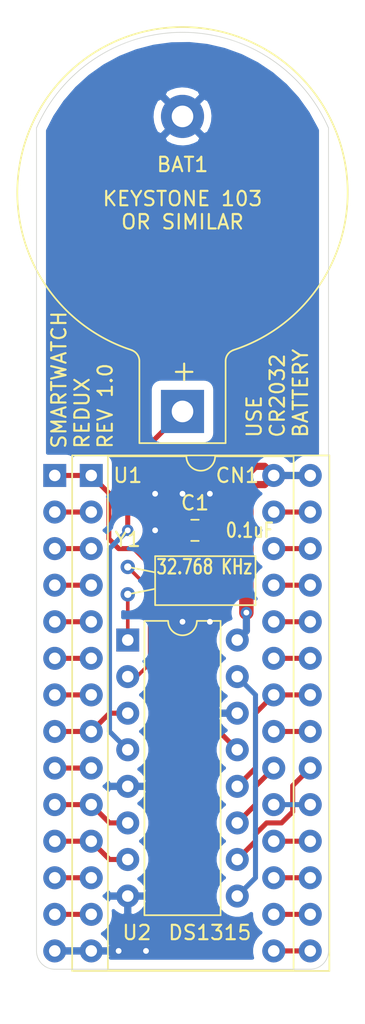
<source format=kicad_pcb>
(kicad_pcb (version 20171130) (host pcbnew "(5.1.9)-1")

  (general
    (thickness 1.6)
    (drawings 11)
    (tracks 125)
    (zones 0)
    (modules 6)
    (nets 34)
  )

  (page A4)
  (layers
    (0 F.Cu signal)
    (31 B.Cu signal)
    (32 B.Adhes user)
    (33 F.Adhes user)
    (34 B.Paste user)
    (35 F.Paste user)
    (36 B.SilkS user)
    (37 F.SilkS user)
    (38 B.Mask user)
    (39 F.Mask user)
    (40 Dwgs.User user)
    (41 Cmts.User user)
    (42 Eco1.User user)
    (43 Eco2.User user)
    (44 Edge.Cuts user)
    (45 Margin user)
    (46 B.CrtYd user)
    (47 F.CrtYd user)
    (48 B.Fab user)
    (49 F.Fab user)
  )

  (setup
    (last_trace_width 0.35)
    (user_trace_width 0.25)
    (user_trace_width 0.35)
    (user_trace_width 0.5)
    (user_trace_width 1)
    (trace_clearance 0.25)
    (zone_clearance 0.635)
    (zone_45_only no)
    (trace_min 0.2)
    (via_size 0.8)
    (via_drill 0.4)
    (via_min_size 0.4)
    (via_min_drill 0.3)
    (uvia_size 0.3)
    (uvia_drill 0.1)
    (uvias_allowed no)
    (uvia_min_size 0.2)
    (uvia_min_drill 0.1)
    (edge_width 0.05)
    (segment_width 0.2)
    (pcb_text_width 0.3)
    (pcb_text_size 1.5 1.5)
    (mod_edge_width 0.12)
    (mod_text_size 1 1)
    (mod_text_width 0.15)
    (pad_size 1.524 1.524)
    (pad_drill 0.762)
    (pad_to_mask_clearance 0)
    (aux_axis_origin 0 0)
    (visible_elements 7FFFFFFF)
    (pcbplotparams
      (layerselection 0x010f0_ffffffff)
      (usegerberextensions true)
      (usegerberattributes true)
      (usegerberadvancedattributes true)
      (creategerberjobfile false)
      (excludeedgelayer true)
      (linewidth 0.100000)
      (plotframeref false)
      (viasonmask false)
      (mode 1)
      (useauxorigin false)
      (hpglpennumber 1)
      (hpglpenspeed 20)
      (hpglpendiameter 15.000000)
      (psnegative false)
      (psa4output false)
      (plotreference true)
      (plotvalue true)
      (plotinvisibletext false)
      (padsonsilk true)
      (subtractmaskfromsilk false)
      (outputformat 1)
      (mirror false)
      (drillshape 0)
      (scaleselection 1)
      (outputdirectory "Gerber"))
  )

  (net 0 "")
  (net 1 "Net-(BAT1-Pad1)")
  (net 2 GND)
  (net 3 VCC)
  (net 4 "Net-(CN1-Pad27)")
  (net 5 "Net-(CN1-Pad13)")
  (net 6 "Net-(CN1-Pad26)")
  (net 7 "Net-(CN1-Pad12)")
  (net 8 "Net-(CN1-Pad25)")
  (net 9 "Net-(CN1-Pad11)")
  (net 10 "Net-(CN1-Pad24)")
  (net 11 "Net-(CN1-Pad10)")
  (net 12 "Net-(CN1-Pad23)")
  (net 13 "Net-(CN1-Pad9)")
  (net 14 "Net-(CN1-Pad22)")
  (net 15 "Net-(CN1-Pad8)")
  (net 16 "Net-(CN1-Pad21)")
  (net 17 "Net-(CN1-Pad7)")
  (net 18 "Net-(CN1-Pad20)")
  (net 19 "Net-(CN1-Pad6)")
  (net 20 "Net-(CN1-Pad19)")
  (net 21 "Net-(CN1-Pad5)")
  (net 22 "Net-(CN1-Pad18)")
  (net 23 "Net-(CN1-Pad4)")
  (net 24 "Net-(CN1-Pad17)")
  (net 25 "Net-(CN1-Pad3)")
  (net 26 "Net-(CN1-Pad16)")
  (net 27 "Net-(CN1-Pad2)")
  (net 28 "Net-(CN1-Pad15)")
  (net 29 "Net-(CN1-Pad1)")
  (net 30 "Net-(U1-Pad20)")
  (net 31 "Net-(U2-Pad15)")
  (net 32 /XTAL2)
  (net 33 /XTAL1)

  (net_class Default "This is the default net class."
    (clearance 0.25)
    (trace_width 0.35)
    (via_dia 0.8)
    (via_drill 0.4)
    (uvia_dia 0.3)
    (uvia_drill 0.1)
    (add_net "Net-(BAT1-Pad1)")
    (add_net "Net-(CN1-Pad1)")
    (add_net "Net-(CN1-Pad10)")
    (add_net "Net-(CN1-Pad11)")
    (add_net "Net-(CN1-Pad12)")
    (add_net "Net-(CN1-Pad13)")
    (add_net "Net-(CN1-Pad15)")
    (add_net "Net-(CN1-Pad16)")
    (add_net "Net-(CN1-Pad17)")
    (add_net "Net-(CN1-Pad18)")
    (add_net "Net-(CN1-Pad19)")
    (add_net "Net-(CN1-Pad2)")
    (add_net "Net-(CN1-Pad20)")
    (add_net "Net-(CN1-Pad21)")
    (add_net "Net-(CN1-Pad22)")
    (add_net "Net-(CN1-Pad23)")
    (add_net "Net-(CN1-Pad24)")
    (add_net "Net-(CN1-Pad25)")
    (add_net "Net-(CN1-Pad26)")
    (add_net "Net-(CN1-Pad27)")
    (add_net "Net-(CN1-Pad3)")
    (add_net "Net-(CN1-Pad4)")
    (add_net "Net-(CN1-Pad5)")
    (add_net "Net-(CN1-Pad6)")
    (add_net "Net-(CN1-Pad7)")
    (add_net "Net-(CN1-Pad8)")
    (add_net "Net-(CN1-Pad9)")
    (add_net "Net-(U1-Pad20)")
    (add_net "Net-(U2-Pad15)")
  )

  (net_class Crystal ""
    (clearance 0.25)
    (trace_width 0.25)
    (via_dia 0.8)
    (via_drill 0.4)
    (uvia_dia 0.3)
    (uvia_drill 0.1)
    (add_net /XTAL1)
    (add_net /XTAL2)
  )

  (net_class Power ""
    (clearance 0.25)
    (trace_width 0.5)
    (via_dia 0.8)
    (via_drill 0.4)
    (uvia_dia 0.3)
    (uvia_drill 0.1)
    (add_net GND)
    (add_net VCC)
  )

  (module Package_DIP:DIP-28_W15.24mm (layer F.Cu) (tedit 602AA3DE) (tstamp 602B42B5)
    (at 107.95 63.5)
    (descr "28-lead though-hole mounted DIP package, row spacing 15.24 mm (600 mils)")
    (tags "THT DIP DIL PDIP 2.54mm 15.24mm 600mil")
    (path /60349462)
    (fp_text reference CN1 (at 12.7 0) (layer F.SilkS)
      (effects (font (size 1 1) (thickness 0.15)))
    )
    (fp_text value 27C256Socket (at 2.54 35.56) (layer F.Fab)
      (effects (font (size 1 1) (thickness 0.15)))
    )
    (fp_line (start 1.255 -1.27) (end 14.985 -1.27) (layer F.Fab) (width 0.1))
    (fp_line (start 14.985 -1.27) (end 14.985 34.29) (layer F.Fab) (width 0.1))
    (fp_line (start 14.985 34.29) (end 0.255 34.29) (layer F.Fab) (width 0.1))
    (fp_line (start 0.255 34.29) (end 0.255 -0.27) (layer F.Fab) (width 0.1))
    (fp_line (start 0.255 -0.27) (end 1.255 -1.27) (layer F.Fab) (width 0.1))
    (fp_text user %R (at 7.62 16.51) (layer F.Fab)
      (effects (font (size 1 1) (thickness 0.15)))
    )
    (pad 28 thru_hole oval (at 15.24 0) (size 1.6 1.6) (drill 0.8) (layers *.Cu *.Mask)
      (net 3 VCC))
    (pad 14 thru_hole oval (at 0 33.02) (size 1.6 1.6) (drill 0.8) (layers *.Cu *.Mask)
      (net 2 GND))
    (pad 27 thru_hole oval (at 15.24 2.54) (size 1.6 1.6) (drill 0.8) (layers *.Cu *.Mask)
      (net 4 "Net-(CN1-Pad27)"))
    (pad 13 thru_hole oval (at 0 30.48) (size 1.6 1.6) (drill 0.8) (layers *.Cu *.Mask)
      (net 5 "Net-(CN1-Pad13)"))
    (pad 26 thru_hole oval (at 15.24 5.08) (size 1.6 1.6) (drill 0.8) (layers *.Cu *.Mask)
      (net 6 "Net-(CN1-Pad26)"))
    (pad 12 thru_hole oval (at 0 27.94) (size 1.6 1.6) (drill 0.8) (layers *.Cu *.Mask)
      (net 7 "Net-(CN1-Pad12)"))
    (pad 25 thru_hole oval (at 15.24 7.62) (size 1.6 1.6) (drill 0.8) (layers *.Cu *.Mask)
      (net 8 "Net-(CN1-Pad25)"))
    (pad 11 thru_hole oval (at 0 25.4) (size 1.6 1.6) (drill 0.8) (layers *.Cu *.Mask)
      (net 9 "Net-(CN1-Pad11)"))
    (pad 24 thru_hole oval (at 15.24 10.16) (size 1.6 1.6) (drill 0.8) (layers *.Cu *.Mask)
      (net 10 "Net-(CN1-Pad24)"))
    (pad 10 thru_hole oval (at 0 22.86) (size 1.6 1.6) (drill 0.8) (layers *.Cu *.Mask)
      (net 11 "Net-(CN1-Pad10)"))
    (pad 23 thru_hole oval (at 15.24 12.7) (size 1.6 1.6) (drill 0.8) (layers *.Cu *.Mask)
      (net 12 "Net-(CN1-Pad23)"))
    (pad 9 thru_hole oval (at 0 20.32) (size 1.6 1.6) (drill 0.8) (layers *.Cu *.Mask)
      (net 13 "Net-(CN1-Pad9)"))
    (pad 22 thru_hole oval (at 15.24 15.24) (size 1.6 1.6) (drill 0.8) (layers *.Cu *.Mask)
      (net 14 "Net-(CN1-Pad22)"))
    (pad 8 thru_hole oval (at 0 17.78) (size 1.6 1.6) (drill 0.8) (layers *.Cu *.Mask)
      (net 15 "Net-(CN1-Pad8)"))
    (pad 21 thru_hole oval (at 15.24 17.78) (size 1.6 1.6) (drill 0.8) (layers *.Cu *.Mask)
      (net 16 "Net-(CN1-Pad21)"))
    (pad 7 thru_hole oval (at 0 15.24) (size 1.6 1.6) (drill 0.8) (layers *.Cu *.Mask)
      (net 17 "Net-(CN1-Pad7)"))
    (pad 20 thru_hole oval (at 15.24 20.32) (size 1.6 1.6) (drill 0.8) (layers *.Cu *.Mask)
      (net 18 "Net-(CN1-Pad20)"))
    (pad 6 thru_hole oval (at 0 12.7) (size 1.6 1.6) (drill 0.8) (layers *.Cu *.Mask)
      (net 19 "Net-(CN1-Pad6)"))
    (pad 19 thru_hole oval (at 15.24 22.86) (size 1.6 1.6) (drill 0.8) (layers *.Cu *.Mask)
      (net 20 "Net-(CN1-Pad19)"))
    (pad 5 thru_hole oval (at 0 10.16) (size 1.6 1.6) (drill 0.8) (layers *.Cu *.Mask)
      (net 21 "Net-(CN1-Pad5)"))
    (pad 18 thru_hole oval (at 15.24 25.4) (size 1.6 1.6) (drill 0.8) (layers *.Cu *.Mask)
      (net 22 "Net-(CN1-Pad18)"))
    (pad 4 thru_hole oval (at 0 7.62) (size 1.6 1.6) (drill 0.8) (layers *.Cu *.Mask)
      (net 23 "Net-(CN1-Pad4)"))
    (pad 17 thru_hole oval (at 15.24 27.94) (size 1.6 1.6) (drill 0.8) (layers *.Cu *.Mask)
      (net 24 "Net-(CN1-Pad17)"))
    (pad 3 thru_hole oval (at 0 5.08) (size 1.6 1.6) (drill 0.8) (layers *.Cu *.Mask)
      (net 25 "Net-(CN1-Pad3)"))
    (pad 16 thru_hole oval (at 15.24 30.48) (size 1.6 1.6) (drill 0.8) (layers *.Cu *.Mask)
      (net 26 "Net-(CN1-Pad16)"))
    (pad 2 thru_hole oval (at 0 2.54) (size 1.6 1.6) (drill 0.8) (layers *.Cu *.Mask)
      (net 27 "Net-(CN1-Pad2)"))
    (pad 15 thru_hole oval (at 15.24 33.02) (size 1.6 1.6) (drill 0.8) (layers *.Cu *.Mask)
      (net 28 "Net-(CN1-Pad15)"))
    (pad 1 thru_hole rect (at 0 0) (size 1.6 1.6) (drill 0.8) (layers *.Cu *.Mask)
      (net 29 "Net-(CN1-Pad1)"))
    (model ${KISYS3DMOD}/Connector_PinHeader_2.54mm.3dshapes/PinHeader_1x14_P2.54mm_Vertical.wrl
      (offset (xyz 0 0 -1.8))
      (scale (xyz 1 1 1))
      (rotate (xyz 0 180 0))
    )
    (model ${KISYS3DMOD}/Connector_PinHeader_2.54mm.3dshapes/PinHeader_1x14_P2.54mm_Vertical.wrl
      (offset (xyz 15.24 0 -1.8))
      (scale (xyz 1 1 1))
      (rotate (xyz 0 180 0))
    )
  )

  (module Capacitor_SMD:C_0805_2012Metric_Pad1.18x1.45mm_HandSolder (layer F.Cu) (tedit 5F68FEEF) (tstamp 602B3164)
    (at 117.7075 67.31 180)
    (descr "Capacitor SMD 0805 (2012 Metric), square (rectangular) end terminal, IPC_7351 nominal with elongated pad for handsoldering. (Body size source: IPC-SM-782 page 76, https://www.pcb-3d.com/wordpress/wp-content/uploads/ipc-sm-782a_amendment_1_and_2.pdf, https://docs.google.com/spreadsheets/d/1BsfQQcO9C6DZCsRaXUlFlo91Tg2WpOkGARC1WS5S8t0/edit?usp=sharing), generated with kicad-footprint-generator")
    (tags "capacitor handsolder")
    (path /603370E2)
    (attr smd)
    (fp_text reference C1 (at 0 1.905) (layer F.SilkS)
      (effects (font (size 1 1) (thickness 0.15)))
    )
    (fp_text value 0.1uF (at -3.81 0) (layer F.SilkS)
      (effects (font (size 1 0.8) (thickness 0.15)))
    )
    (fp_line (start -1 0.625) (end -1 -0.625) (layer F.Fab) (width 0.1))
    (fp_line (start -1 -0.625) (end 1 -0.625) (layer F.Fab) (width 0.1))
    (fp_line (start 1 -0.625) (end 1 0.625) (layer F.Fab) (width 0.1))
    (fp_line (start 1 0.625) (end -1 0.625) (layer F.Fab) (width 0.1))
    (fp_line (start -0.261252 -0.735) (end 0.261252 -0.735) (layer F.SilkS) (width 0.12))
    (fp_line (start -0.261252 0.735) (end 0.261252 0.735) (layer F.SilkS) (width 0.12))
    (fp_line (start -1.88 0.98) (end -1.88 -0.98) (layer F.CrtYd) (width 0.05))
    (fp_line (start -1.88 -0.98) (end 1.88 -0.98) (layer F.CrtYd) (width 0.05))
    (fp_line (start 1.88 -0.98) (end 1.88 0.98) (layer F.CrtYd) (width 0.05))
    (fp_line (start 1.88 0.98) (end -1.88 0.98) (layer F.CrtYd) (width 0.05))
    (fp_text user %R (at 0 0) (layer F.Fab)
      (effects (font (size 0.5 0.5) (thickness 0.08)))
    )
    (pad 2 smd roundrect (at 1.0375 0 180) (size 1.175 1.45) (layers F.Cu F.Paste F.Mask) (roundrect_rratio 0.2127659574468085)
      (net 2 GND))
    (pad 1 smd roundrect (at -1.0375 0 180) (size 1.175 1.45) (layers F.Cu F.Paste F.Mask) (roundrect_rratio 0.2127659574468085)
      (net 3 VCC))
    (model ${KISYS3DMOD}/Capacitor_SMD.3dshapes/C_0805_2012Metric.wrl
      (at (xyz 0 0 0))
      (scale (xyz 1 1 1))
      (rotate (xyz 0 0 0))
    )
  )

  (module Crystal:Crystal_C38-LF_D3.0mm_L8.0mm_Horizontal (layer F.Cu) (tedit 602AA266) (tstamp 602AFB10)
    (at 113.03 71.755 90)
    (descr "Crystal THT C38-LF 8.0mm length 3.0mm diameter")
    (tags ['C38-LF'])
    (path /602FB912)
    (fp_text reference Y1 (at 3.81 0 180) (layer F.SilkS)
      (effects (font (size 1 1) (thickness 0.15)))
    )
    (fp_text value "32.768 KHz" (at 1.905 5.334 180) (layer F.SilkS)
      (effects (font (size 1 0.75) (thickness 0.15)))
    )
    (fp_line (start 1.905 0) (end 1.524 1.905) (layer F.SilkS) (width 0.12))
    (fp_line (start 0 0) (end 0.381 1.905) (layer F.SilkS) (width 0.12))
    (fp_line (start -0.75 1.905) (end -0.75 8.89) (layer F.SilkS) (width 0.12))
    (fp_line (start 2.65 8.89) (end 2.65 1.905) (layer F.SilkS) (width 0.12))
    (fp_line (start 3.2 -0.8) (end -1.3 -0.8) (layer F.CrtYd) (width 0.05))
    (fp_line (start 3.2 11.3) (end 3.2 -0.8) (layer F.CrtYd) (width 0.05))
    (fp_line (start -1.3 11.3) (end 3.2 11.3) (layer F.CrtYd) (width 0.05))
    (fp_line (start -1.3 -0.8) (end -1.3 11.3) (layer F.CrtYd) (width 0.05))
    (fp_line (start 2.65 1.905) (end -0.75 1.905) (layer F.SilkS) (width 0.12))
    (fp_line (start -0.75 8.89) (end 2.65 8.89) (layer F.SilkS) (width 0.12))
    (fp_line (start 1.9 1.25) (end 1.9 0) (layer F.Fab) (width 0.1))
    (fp_line (start 1.495 2.5) (end 1.9 1.25) (layer F.Fab) (width 0.1))
    (fp_line (start 0 1.25) (end 0 0) (layer F.Fab) (width 0.1))
    (fp_line (start 0.405 2.5) (end 0 1.25) (layer F.Fab) (width 0.1))
    (fp_line (start 2.45 2.5) (end -0.55 2.5) (layer F.Fab) (width 0.1))
    (fp_line (start 2.45 10.5) (end 2.45 2.5) (layer F.Fab) (width 0.1))
    (fp_line (start -0.55 10.5) (end 2.45 10.5) (layer F.Fab) (width 0.1))
    (fp_line (start -0.55 2.5) (end -0.55 10.5) (layer F.Fab) (width 0.1))
    (fp_text user %R (at 1.25 6.5 180) (layer F.Fab)
      (effects (font (size 0.7 0.7) (thickness 0.105)))
    )
    (pad 1 thru_hole circle (at 0 0 90) (size 1 1) (drill 0.5) (layers *.Cu *.Mask)
      (net 33 /XTAL1))
    (pad 2 thru_hole circle (at 1.9 0 90) (size 1 1) (drill 0.5) (layers *.Cu *.Mask)
      (net 32 /XTAL2))
    (model ${KISYS3DMOD}/Crystal.3dshapes/Crystal_C26-LF_D2.1mm_L6.5mm_Horizontal_1EP_style1.wrl
      (at (xyz 0 0 0))
      (scale (xyz 1 1 1))
      (rotate (xyz 0 0 0))
    )
  )

  (module Package_DIP:DIP-28_W15.24mm_Socket (layer F.Cu) (tedit 5A02E8C5) (tstamp 602B19A6)
    (at 110.49 63.5)
    (descr "28-lead though-hole mounted DIP package, row spacing 15.24 mm (600 mils), Socket")
    (tags "THT DIP DIL PDIP 2.54mm 15.24mm 600mil Socket")
    (path /602ADC06)
    (fp_text reference U1 (at 2.54 0) (layer F.SilkS)
      (effects (font (size 1 1) (thickness 0.15)))
    )
    (fp_text value ROM (at 5.08 0) (layer F.Fab)
      (effects (font (size 1 1) (thickness 0.15)))
    )
    (fp_line (start 1.255 -1.27) (end 14.985 -1.27) (layer F.Fab) (width 0.1))
    (fp_line (start 14.985 -1.27) (end 14.985 34.29) (layer F.Fab) (width 0.1))
    (fp_line (start 14.985 34.29) (end 0.255 34.29) (layer F.Fab) (width 0.1))
    (fp_line (start 0.255 34.29) (end 0.255 -0.27) (layer F.Fab) (width 0.1))
    (fp_line (start 0.255 -0.27) (end 1.255 -1.27) (layer F.Fab) (width 0.1))
    (fp_line (start -1.27 -1.33) (end -1.27 34.35) (layer F.Fab) (width 0.1))
    (fp_line (start -1.27 34.35) (end 16.51 34.35) (layer F.Fab) (width 0.1))
    (fp_line (start 16.51 34.35) (end 16.51 -1.33) (layer F.Fab) (width 0.1))
    (fp_line (start 16.51 -1.33) (end -1.27 -1.33) (layer F.Fab) (width 0.1))
    (fp_line (start 6.62 -1.33) (end 1.16 -1.33) (layer F.SilkS) (width 0.12))
    (fp_line (start 1.16 -1.33) (end 1.16 34.35) (layer F.SilkS) (width 0.12))
    (fp_line (start 1.16 34.35) (end 14.08 34.35) (layer F.SilkS) (width 0.12))
    (fp_line (start 14.08 34.35) (end 14.08 -1.33) (layer F.SilkS) (width 0.12))
    (fp_line (start 14.08 -1.33) (end 8.62 -1.33) (layer F.SilkS) (width 0.12))
    (fp_line (start -1.33 -1.39) (end -1.33 34.41) (layer F.SilkS) (width 0.12))
    (fp_line (start -1.33 34.41) (end 16.57 34.41) (layer F.SilkS) (width 0.12))
    (fp_line (start 16.57 34.41) (end 16.57 -1.39) (layer F.SilkS) (width 0.12))
    (fp_line (start 16.57 -1.39) (end -1.33 -1.39) (layer F.SilkS) (width 0.12))
    (fp_line (start -1.55 -1.6) (end -1.55 34.65) (layer F.CrtYd) (width 0.05))
    (fp_line (start -1.55 34.65) (end 16.8 34.65) (layer F.CrtYd) (width 0.05))
    (fp_line (start 16.8 34.65) (end 16.8 -1.6) (layer F.CrtYd) (width 0.05))
    (fp_line (start 16.8 -1.6) (end -1.55 -1.6) (layer F.CrtYd) (width 0.05))
    (fp_text user %R (at 7.62 16.51) (layer F.Fab)
      (effects (font (size 1 1) (thickness 0.15)))
    )
    (fp_arc (start 7.62 -1.33) (end 6.62 -1.33) (angle -180) (layer F.SilkS) (width 0.12))
    (pad 28 thru_hole oval (at 15.24 0) (size 1.6 1.6) (drill 0.8) (layers *.Cu *.Mask)
      (net 3 VCC))
    (pad 14 thru_hole oval (at 0 33.02) (size 1.6 1.6) (drill 0.8) (layers *.Cu *.Mask)
      (net 2 GND))
    (pad 27 thru_hole oval (at 15.24 2.54) (size 1.6 1.6) (drill 0.8) (layers *.Cu *.Mask)
      (net 4 "Net-(CN1-Pad27)"))
    (pad 13 thru_hole oval (at 0 30.48) (size 1.6 1.6) (drill 0.8) (layers *.Cu *.Mask)
      (net 5 "Net-(CN1-Pad13)"))
    (pad 26 thru_hole oval (at 15.24 5.08) (size 1.6 1.6) (drill 0.8) (layers *.Cu *.Mask)
      (net 6 "Net-(CN1-Pad26)"))
    (pad 12 thru_hole oval (at 0 27.94) (size 1.6 1.6) (drill 0.8) (layers *.Cu *.Mask)
      (net 7 "Net-(CN1-Pad12)"))
    (pad 25 thru_hole oval (at 15.24 7.62) (size 1.6 1.6) (drill 0.8) (layers *.Cu *.Mask)
      (net 8 "Net-(CN1-Pad25)"))
    (pad 11 thru_hole oval (at 0 25.4) (size 1.6 1.6) (drill 0.8) (layers *.Cu *.Mask)
      (net 9 "Net-(CN1-Pad11)"))
    (pad 24 thru_hole oval (at 15.24 10.16) (size 1.6 1.6) (drill 0.8) (layers *.Cu *.Mask)
      (net 10 "Net-(CN1-Pad24)"))
    (pad 10 thru_hole oval (at 0 22.86) (size 1.6 1.6) (drill 0.8) (layers *.Cu *.Mask)
      (net 11 "Net-(CN1-Pad10)"))
    (pad 23 thru_hole oval (at 15.24 12.7) (size 1.6 1.6) (drill 0.8) (layers *.Cu *.Mask)
      (net 12 "Net-(CN1-Pad23)"))
    (pad 9 thru_hole oval (at 0 20.32) (size 1.6 1.6) (drill 0.8) (layers *.Cu *.Mask)
      (net 13 "Net-(CN1-Pad9)"))
    (pad 22 thru_hole oval (at 15.24 15.24) (size 1.6 1.6) (drill 0.8) (layers *.Cu *.Mask)
      (net 14 "Net-(CN1-Pad22)"))
    (pad 8 thru_hole oval (at 0 17.78) (size 1.6 1.6) (drill 0.8) (layers *.Cu *.Mask)
      (net 15 "Net-(CN1-Pad8)"))
    (pad 21 thru_hole oval (at 15.24 17.78) (size 1.6 1.6) (drill 0.8) (layers *.Cu *.Mask)
      (net 16 "Net-(CN1-Pad21)"))
    (pad 7 thru_hole oval (at 0 15.24) (size 1.6 1.6) (drill 0.8) (layers *.Cu *.Mask)
      (net 17 "Net-(CN1-Pad7)"))
    (pad 20 thru_hole oval (at 15.24 20.32) (size 1.6 1.6) (drill 0.8) (layers *.Cu *.Mask)
      (net 30 "Net-(U1-Pad20)"))
    (pad 6 thru_hole oval (at 0 12.7) (size 1.6 1.6) (drill 0.8) (layers *.Cu *.Mask)
      (net 19 "Net-(CN1-Pad6)"))
    (pad 19 thru_hole oval (at 15.24 22.86) (size 1.6 1.6) (drill 0.8) (layers *.Cu *.Mask)
      (net 20 "Net-(CN1-Pad19)"))
    (pad 5 thru_hole oval (at 0 10.16) (size 1.6 1.6) (drill 0.8) (layers *.Cu *.Mask)
      (net 21 "Net-(CN1-Pad5)"))
    (pad 18 thru_hole oval (at 15.24 25.4) (size 1.6 1.6) (drill 0.8) (layers *.Cu *.Mask)
      (net 22 "Net-(CN1-Pad18)"))
    (pad 4 thru_hole oval (at 0 7.62) (size 1.6 1.6) (drill 0.8) (layers *.Cu *.Mask)
      (net 23 "Net-(CN1-Pad4)"))
    (pad 17 thru_hole oval (at 15.24 27.94) (size 1.6 1.6) (drill 0.8) (layers *.Cu *.Mask)
      (net 24 "Net-(CN1-Pad17)"))
    (pad 3 thru_hole oval (at 0 5.08) (size 1.6 1.6) (drill 0.8) (layers *.Cu *.Mask)
      (net 25 "Net-(CN1-Pad3)"))
    (pad 16 thru_hole oval (at 15.24 30.48) (size 1.6 1.6) (drill 0.8) (layers *.Cu *.Mask)
      (net 26 "Net-(CN1-Pad16)"))
    (pad 2 thru_hole oval (at 0 2.54) (size 1.6 1.6) (drill 0.8) (layers *.Cu *.Mask)
      (net 27 "Net-(CN1-Pad2)"))
    (pad 15 thru_hole oval (at 15.24 33.02) (size 1.6 1.6) (drill 0.8) (layers *.Cu *.Mask)
      (net 28 "Net-(CN1-Pad15)"))
    (pad 1 thru_hole rect (at 0 0) (size 1.6 1.6) (drill 0.8) (layers *.Cu *.Mask)
      (net 29 "Net-(CN1-Pad1)"))
    (model ${KISYS3DMOD}/Package_DIP.3dshapes/DIP-28_W15.24mm_Socket.wrl
      (at (xyz 0 0 0))
      (scale (xyz 1 1 1))
      (rotate (xyz 0 0 0))
    )
  )

  (module Package_DIP:DIP-16_W7.62mm (layer F.Cu) (tedit 5A02E8C5) (tstamp 602AFAF5)
    (at 113.03 74.93)
    (descr "16-lead though-hole mounted DIP package, row spacing 7.62 mm (300 mils)")
    (tags "THT DIP DIL PDIP 2.54mm 7.62mm 300mil")
    (path /602D5EFC)
    (fp_text reference U2 (at 0.635 20.32) (layer F.SilkS)
      (effects (font (size 1 1) (thickness 0.15)))
    )
    (fp_text value DS1315 (at 5.715 20.32 180) (layer F.SilkS)
      (effects (font (size 1 1) (thickness 0.15)))
    )
    (fp_line (start 1.635 -1.27) (end 6.985 -1.27) (layer F.Fab) (width 0.1))
    (fp_line (start 6.985 -1.27) (end 6.985 19.05) (layer F.Fab) (width 0.1))
    (fp_line (start 6.985 19.05) (end 0.635 19.05) (layer F.Fab) (width 0.1))
    (fp_line (start 0.635 19.05) (end 0.635 -0.27) (layer F.Fab) (width 0.1))
    (fp_line (start 0.635 -0.27) (end 1.635 -1.27) (layer F.Fab) (width 0.1))
    (fp_line (start 2.81 -1.33) (end 1.16 -1.33) (layer F.SilkS) (width 0.12))
    (fp_line (start 1.16 -1.33) (end 1.16 19.11) (layer F.SilkS) (width 0.12))
    (fp_line (start 1.16 19.11) (end 6.46 19.11) (layer F.SilkS) (width 0.12))
    (fp_line (start 6.46 19.11) (end 6.46 -1.33) (layer F.SilkS) (width 0.12))
    (fp_line (start 6.46 -1.33) (end 4.81 -1.33) (layer F.SilkS) (width 0.12))
    (fp_line (start -1.1 -1.55) (end -1.1 19.3) (layer F.CrtYd) (width 0.05))
    (fp_line (start -1.1 19.3) (end 8.7 19.3) (layer F.CrtYd) (width 0.05))
    (fp_line (start 8.7 19.3) (end 8.7 -1.55) (layer F.CrtYd) (width 0.05))
    (fp_line (start 8.7 -1.55) (end -1.1 -1.55) (layer F.CrtYd) (width 0.05))
    (fp_text user %R (at 3.81 7.62) (layer F.Fab)
      (effects (font (size 1 1) (thickness 0.15)))
    )
    (fp_arc (start 3.81 -1.33) (end 2.81 -1.33) (angle -180) (layer F.SilkS) (width 0.12))
    (pad 16 thru_hole oval (at 7.62 0) (size 1.6 1.6) (drill 0.8) (layers *.Cu *.Mask)
      (net 3 VCC))
    (pad 8 thru_hole oval (at 0 17.78) (size 1.6 1.6) (drill 0.8) (layers *.Cu *.Mask)
      (net 2 GND))
    (pad 15 thru_hole oval (at 7.62 2.54) (size 1.6 1.6) (drill 0.8) (layers *.Cu *.Mask)
      (net 31 "Net-(U2-Pad15)"))
    (pad 7 thru_hole oval (at 0 15.24) (size 1.6 1.6) (drill 0.8) (layers *.Cu *.Mask)
      (net 9 "Net-(CN1-Pad11)"))
    (pad 14 thru_hole oval (at 7.62 5.08) (size 1.6 1.6) (drill 0.8) (layers *.Cu *.Mask)
      (net 2 GND))
    (pad 6 thru_hole oval (at 0 12.7) (size 1.6 1.6) (drill 0.8) (layers *.Cu *.Mask)
      (net 11 "Net-(CN1-Pad10)"))
    (pad 13 thru_hole oval (at 7.62 7.62) (size 1.6 1.6) (drill 0.8) (layers *.Cu *.Mask)
      (net 29 "Net-(CN1-Pad1)"))
    (pad 5 thru_hole oval (at 0 10.16) (size 1.6 1.6) (drill 0.8) (layers *.Cu *.Mask)
      (net 2 GND))
    (pad 12 thru_hole oval (at 7.62 10.16) (size 1.6 1.6) (drill 0.8) (layers *.Cu *.Mask)
      (net 14 "Net-(CN1-Pad22)"))
    (pad 4 thru_hole oval (at 0 7.62) (size 1.6 1.6) (drill 0.8) (layers *.Cu *.Mask)
      (net 1 "Net-(BAT1-Pad1)"))
    (pad 11 thru_hole oval (at 7.62 12.7) (size 1.6 1.6) (drill 0.8) (layers *.Cu *.Mask)
      (net 18 "Net-(CN1-Pad20)"))
    (pad 3 thru_hole oval (at 0 5.08) (size 1.6 1.6) (drill 0.8) (layers *.Cu *.Mask)
      (net 15 "Net-(CN1-Pad8)"))
    (pad 10 thru_hole oval (at 7.62 15.24) (size 1.6 1.6) (drill 0.8) (layers *.Cu *.Mask)
      (net 30 "Net-(U1-Pad20)"))
    (pad 2 thru_hole oval (at 0 2.54) (size 1.6 1.6) (drill 0.8) (layers *.Cu *.Mask)
      (net 32 /XTAL2))
    (pad 9 thru_hole oval (at 7.62 17.78) (size 1.6 1.6) (drill 0.8) (layers *.Cu *.Mask)
      (net 31 "Net-(U2-Pad15)"))
    (pad 1 thru_hole rect (at 0 0) (size 1.6 1.6) (drill 0.8) (layers *.Cu *.Mask)
      (net 33 /XTAL1))
    (model ${KISYS3DMOD}/Package_DIP.3dshapes/DIP-16_W7.62mm.wrl
      (at (xyz 0 0 0))
      (scale (xyz 1 1 1))
      (rotate (xyz 0 0 0))
    )
  )

  (module Battery:BatteryHolder_Keystone_103_1x20mm (layer F.Cu) (tedit 5787C32C) (tstamp 602AFA60)
    (at 116.84 59.055 90)
    (descr http://www.keyelco.com/product-pdf.cfm?p=719)
    (tags "Keystone type 103 battery holder")
    (path /602E2795)
    (fp_text reference BAT1 (at 17.145 0 180) (layer F.SilkS)
      (effects (font (size 1 1) (thickness 0.15)))
    )
    (fp_text value CR2032 (at 12.7 0 90) (layer F.Fab)
      (effects (font (size 1 1) (thickness 0.15)))
    )
    (fp_line (start -2.45 -3.25) (end 3.5 -3.25) (layer F.CrtYd) (width 0.05))
    (fp_line (start -2.45 3.25) (end 3.5 3.25) (layer F.CrtYd) (width 0.05))
    (fp_line (start -2.45 3.25) (end -2.45 -3.25) (layer F.CrtYd) (width 0.05))
    (fp_line (start -2.2 -3) (end 3.5 -3) (layer F.SilkS) (width 0.12))
    (fp_line (start -2.2 3) (end -2.2 -3) (layer F.SilkS) (width 0.12))
    (fp_line (start -2.2 3) (end 3.5 3) (layer F.SilkS) (width 0.12))
    (fp_line (start 23.5712 7.7216) (end 22.6568 6.8834) (layer F.Fab) (width 0.1))
    (fp_line (start 23.5712 -7.7216) (end 22.6314 -6.858) (layer F.Fab) (width 0.1))
    (fp_line (start 3.5306 -2.9) (end -1.7 -2.9) (layer F.Fab) (width 0.1))
    (fp_line (start -1.7 2.9) (end 3.5306 2.9) (layer F.Fab) (width 0.1))
    (fp_line (start -2.1 -2.5) (end -2.1 2.5) (layer F.Fab) (width 0.1))
    (fp_line (start 0 1.3) (end 16.2 1.3) (layer F.Fab) (width 0.1))
    (fp_line (start 16.2 -1.3) (end 0 -1.3) (layer F.Fab) (width 0.1))
    (fp_line (start 0 -1.3) (end 0 1.3) (layer F.Fab) (width 0.1))
    (fp_arc (start -1.7 -2.5) (end -2.1 -2.5) (angle 90) (layer F.Fab) (width 0.1))
    (fp_arc (start -1.7 2.5) (end -2.1 2.5) (angle -90) (layer F.Fab) (width 0.1))
    (fp_arc (start 16.2 0) (end 16.2 -1.3) (angle 180) (layer F.Fab) (width 0.1))
    (fp_arc (start 3.5 -3.8) (end 3.5 -2.9) (angle -70) (layer F.Fab) (width 0.1))
    (fp_arc (start 15.2 0) (end 5.2 -1.3) (angle 180) (layer F.Fab) (width 0.1))
    (fp_arc (start 15.2 0) (end 9 -1.3) (angle 170) (layer F.Fab) (width 0.1))
    (fp_arc (start 15.2 0) (end 13.3 -1.3) (angle 150) (layer F.Fab) (width 0.1))
    (fp_arc (start 15.2 0) (end 13.3 1.3) (angle -150) (layer F.Fab) (width 0.1))
    (fp_arc (start 15.2 0) (end 9 1.3) (angle -170) (layer F.Fab) (width 0.1))
    (fp_arc (start 15.2 0) (end 5.2 1.3) (angle -180) (layer F.Fab) (width 0.1))
    (fp_arc (start 15.2 0) (end 4.35 -3.5) (angle 162.5) (layer F.Fab) (width 0.1))
    (fp_arc (start 15.2 0) (end 4.35 3.5) (angle -162.5) (layer F.Fab) (width 0.1))
    (fp_arc (start 3.5 3.8) (end 3.5 2.9) (angle 70) (layer F.Fab) (width 0.1))
    (fp_arc (start 3.5 -3.8) (end 3.5 -3) (angle -70) (layer F.SilkS) (width 0.12))
    (fp_arc (start 15.2 0) (end 4.25 -3.5) (angle 162.5) (layer F.SilkS) (width 0.12))
    (fp_arc (start 3.5 3.8) (end 3.5 3) (angle 70) (layer F.SilkS) (width 0.12))
    (fp_arc (start 15.2 0) (end 4.25 3.5) (angle -162.5) (layer F.SilkS) (width 0.12))
    (fp_arc (start 3.5 -3.8) (end 3.5 -3.25) (angle -70) (layer F.CrtYd) (width 0.05))
    (fp_arc (start 3.5 3.8) (end 3.5 3.25) (angle 70) (layer F.CrtYd) (width 0.05))
    (fp_arc (start 15.2 0) (end 4.01 -3.6) (angle 162.5) (layer F.CrtYd) (width 0.05))
    (fp_arc (start 15.2 0) (end 4.01 3.6) (angle -162.5) (layer F.CrtYd) (width 0.05))
    (fp_text user %R (at 0 0 90) (layer F.Fab)
      (effects (font (size 1 1) (thickness 0.15)))
    )
    (fp_text user + (at 2.75 0 90) (layer F.SilkS)
      (effects (font (size 1.5 1.5) (thickness 0.15)))
    )
    (pad 1 thru_hole rect (at 0 0 90) (size 3 3) (drill 1.5) (layers *.Cu *.Mask)
      (net 1 "Net-(BAT1-Pad1)"))
    (pad 2 thru_hole circle (at 20.49 0 90) (size 3 3) (drill 1.5) (layers *.Cu *.Mask)
      (net 2 GND))
    (model ${KISYS3DMOD}/Battery.3dshapes/BatteryHolder_Keystone_103_1x20mm.wrl
      (at (xyz 0 0 0))
      (scale (xyz 1 1 1))
      (rotate (xyz 0 0 0))
    )
  )

  (gr_text "SMARTWATCH\nREDUX\nREV 1.0" (at 109.855 61.722 90) (layer F.SilkS)
    (effects (font (size 1 1) (thickness 0.15)) (justify left))
  )
  (gr_text "USE\nCR2032\nBATTERY" (at 123.444 60.96 90) (layer F.SilkS)
    (effects (font (size 1 1) (thickness 0.15)) (justify left))
  )
  (gr_text "KEYSTONE 103\nOR SIMILAR" (at 116.84 45.085) (layer F.SilkS)
    (effects (font (size 1 1) (thickness 0.15)))
  )
  (gr_arc (start 116.84 43.815) (end 126.999999 39.370001) (angle -132.7412445) (layer Edge.Cuts) (width 0.05))
  (gr_line (start 106.68 39.37) (end 106.68 49.53) (layer Edge.Cuts) (width 0.05) (tstamp 602B1F6F))
  (gr_line (start 127 49.53) (end 127 39.37) (layer Edge.Cuts) (width 0.05))
  (gr_line (start 125.73 97.79) (end 107.95 97.79) (layer Edge.Cuts) (width 0.05) (tstamp 602B02FC))
  (gr_arc (start 125.73 96.52) (end 125.73 97.79) (angle -90) (layer Edge.Cuts) (width 0.05))
  (gr_arc (start 107.95 96.52) (end 106.68 96.52) (angle -90) (layer Edge.Cuts) (width 0.05))
  (gr_line (start 106.68 96.52) (end 106.68 49.53) (layer Edge.Cuts) (width 0.05))
  (gr_line (start 127 96.52) (end 127 49.53) (layer Edge.Cuts) (width 0.05))

  (via (at 113.03 67.31) (size 0.8) (drill 0.4) (layers F.Cu B.Cu) (net 1))
  (segment (start 113.03 62.865) (end 116.84 59.055) (width 0.35) (layer F.Cu) (net 1))
  (segment (start 113.03 67.31) (end 113.03 62.865) (width 0.35) (layer F.Cu) (net 1))
  (segment (start 111.76 68.58) (end 113.03 67.31) (width 0.35) (layer B.Cu) (net 1))
  (segment (start 111.76 81.28) (end 111.76 68.58) (width 0.35) (layer B.Cu) (net 1))
  (segment (start 113.03 82.55) (end 111.76 81.28) (width 0.35) (layer B.Cu) (net 1))
  (segment (start 107.95 96.52) (end 110.49 96.52) (width 0.5) (layer F.Cu) (net 2))
  (segment (start 116.67 67.31) (end 116.67 69.68) (width 0.5) (layer F.Cu) (net 2))
  (segment (start 116.67 69.68) (end 116.84 69.85) (width 0.5) (layer F.Cu) (net 2))
  (via (at 114.935 64.77) (size 0.8) (drill 0.4) (layers F.Cu B.Cu) (net 2))
  (segment (start 114.935 64.77) (end 116.84 64.77) (width 0.5) (layer F.Cu) (net 2))
  (via (at 116.84 64.77) (size 0.8) (drill 0.4) (layers F.Cu B.Cu) (net 2))
  (segment (start 116.84 64.77) (end 118.745 64.77) (width 0.5) (layer F.Cu) (net 2))
  (via (at 118.745 64.77) (size 0.8) (drill 0.4) (layers F.Cu B.Cu) (net 2))
  (segment (start 116.67 64.94) (end 116.84 64.77) (width 0.5) (layer F.Cu) (net 2))
  (segment (start 116.67 67.31) (end 116.67 64.94) (width 0.5) (layer F.Cu) (net 2))
  (via (at 112.395 96.52) (size 0.8) (drill 0.4) (layers F.Cu B.Cu) (net 2))
  (segment (start 110.49 96.52) (end 112.395 96.52) (width 0.5) (layer F.Cu) (net 2))
  (via (at 114.3 96.52) (size 0.8) (drill 0.4) (layers F.Cu B.Cu) (net 2))
  (segment (start 112.395 96.52) (end 114.3 96.52) (width 0.5) (layer F.Cu) (net 2))
  (via (at 116.84 73.66) (size 0.8) (drill 0.4) (layers F.Cu B.Cu) (net 2))
  (segment (start 116.84 69.85) (end 116.84 73.66) (width 0.5) (layer F.Cu) (net 2))
  (via (at 118.745 73.66) (size 0.8) (drill 0.4) (layers F.Cu B.Cu) (net 2))
  (segment (start 116.84 73.66) (end 118.745 73.66) (width 0.5) (layer F.Cu) (net 2))
  (via (at 114.935 67.31) (size 0.8) (drill 0.4) (layers F.Cu B.Cu) (net 2))
  (segment (start 114.935 64.77) (end 114.935 67.31) (width 0.5) (layer F.Cu) (net 2))
  (segment (start 123.19 63.5) (end 125.73 63.5) (width 0.5) (layer F.Cu) (net 3))
  (segment (start 121.285 63.5) (end 121.285 64.135) (width 0.5) (layer F.Cu) (net 3))
  (segment (start 122.555 64.135) (end 123.19 63.5) (width 0.5) (layer F.Cu) (net 3))
  (segment (start 123.19 63.5) (end 122.555 62.865) (width 0.5) (layer F.Cu) (net 3))
  (segment (start 122.555 62.865) (end 121.92 62.865) (width 0.5) (layer F.Cu) (net 3))
  (segment (start 121.92 62.865) (end 121.285 63.5) (width 0.5) (layer F.Cu) (net 3))
  (segment (start 123.19 63.5) (end 125.73 63.5) (width 0.5) (layer B.Cu) (net 3))
  (segment (start 118.745 66.421) (end 119.126 66.04) (width 0.5) (layer F.Cu) (net 3))
  (segment (start 118.745 67.31) (end 118.745 66.421) (width 0.5) (layer F.Cu) (net 3))
  (segment (start 118.745 68.199) (end 119.126 68.58) (width 0.5) (layer F.Cu) (net 3))
  (segment (start 118.745 67.31) (end 118.745 68.199) (width 0.5) (layer F.Cu) (net 3))
  (segment (start 120.65 66.04) (end 121.285 65.405) (width 0.5) (layer F.Cu) (net 3))
  (segment (start 121.285 66.04) (end 121.285 65.405) (width 1) (layer F.Cu) (net 3))
  (segment (start 120.65 66.04) (end 121.285 66.04) (width 0.5) (layer F.Cu) (net 3))
  (segment (start 120.65 66.04) (end 121.285 66.675) (width 0.5) (layer F.Cu) (net 3))
  (segment (start 121.285 66.675) (end 121.285 66.04) (width 1) (layer F.Cu) (net 3))
  (segment (start 121.285 67.31) (end 121.285 66.675) (width 1) (layer F.Cu) (net 3))
  (segment (start 121.285 67.945) (end 121.285 67.31) (width 1) (layer F.Cu) (net 3))
  (segment (start 121.285 68.58) (end 121.285 67.945) (width 1) (layer F.Cu) (net 3))
  (segment (start 120.65 67.31) (end 121.285 67.945) (width 0.5) (layer F.Cu) (net 3))
  (segment (start 120.65 67.31) (end 121.285 67.31) (width 0.5) (layer F.Cu) (net 3))
  (segment (start 120.65 67.31) (end 121.285 66.675) (width 0.5) (layer F.Cu) (net 3))
  (segment (start 120.65 68.58) (end 121.285 67.945) (width 0.5) (layer F.Cu) (net 3))
  (segment (start 120.65 68.58) (end 121.285 68.58) (width 0.5) (layer F.Cu) (net 3))
  (segment (start 120.65 68.58) (end 121.285 69.215) (width 0.5) (layer F.Cu) (net 3))
  (segment (start 121.285 69.215) (end 121.285 68.58) (width 1) (layer F.Cu) (net 3))
  (via (at 121.285 73.025) (size 0.8) (drill 0.4) (layers F.Cu B.Cu) (net 3))
  (segment (start 119.126 68.58) (end 120.65 68.58) (width 0.5) (layer F.Cu) (net 3))
  (segment (start 119.126 66.04) (end 120.65 66.04) (width 0.5) (layer F.Cu) (net 3))
  (segment (start 118.745 67.31) (end 120.65 67.31) (width 0.5) (layer F.Cu) (net 3))
  (segment (start 121.285 73.025) (end 121.285 69.215) (width 1) (layer F.Cu) (net 3))
  (segment (start 121.285 74.295) (end 120.65 74.93) (width 0.5) (layer F.Cu) (net 3))
  (segment (start 121.285 73.025) (end 121.285 74.295) (width 0.5) (layer F.Cu) (net 3))
  (segment (start 121.285 74.295) (end 120.65 74.93) (width 0.5) (layer B.Cu) (net 3))
  (segment (start 121.285 73.025) (end 121.285 74.295) (width 0.5) (layer B.Cu) (net 3))
  (segment (start 121.92 64.135) (end 121.285 64.77) (width 0.5) (layer F.Cu) (net 3))
  (segment (start 121.285 64.77) (end 121.285 64.135) (width 1) (layer F.Cu) (net 3))
  (segment (start 121.285 65.405) (end 121.285 64.77) (width 1) (layer F.Cu) (net 3))
  (segment (start 121.285 64.135) (end 121.92 64.135) (width 0.5) (layer F.Cu) (net 3))
  (segment (start 121.92 64.135) (end 122.555 64.135) (width 0.5) (layer F.Cu) (net 3))
  (segment (start 123.19 66.04) (end 125.73 66.04) (width 0.35) (layer F.Cu) (net 4))
  (segment (start 110.49 93.98) (end 107.95 93.98) (width 0.35) (layer F.Cu) (net 5))
  (segment (start 125.73 68.58) (end 123.19 68.58) (width 0.35) (layer F.Cu) (net 6))
  (segment (start 107.95 91.44) (end 110.49 91.44) (width 0.35) (layer F.Cu) (net 7))
  (segment (start 123.19 71.12) (end 125.73 71.12) (width 0.35) (layer F.Cu) (net 8))
  (segment (start 110.49 88.9) (end 107.95 88.9) (width 0.35) (layer F.Cu) (net 9))
  (segment (start 111.76 90.17) (end 110.49 88.9) (width 0.35) (layer F.Cu) (net 9))
  (segment (start 113.03 90.17) (end 111.76 90.17) (width 0.35) (layer F.Cu) (net 9))
  (segment (start 125.73 73.66) (end 123.19 73.66) (width 0.35) (layer F.Cu) (net 10))
  (segment (start 107.95 86.36) (end 110.49 86.36) (width 0.35) (layer F.Cu) (net 11))
  (segment (start 111.76 87.63) (end 110.49 86.36) (width 0.35) (layer F.Cu) (net 11))
  (segment (start 113.03 87.63) (end 111.76 87.63) (width 0.35) (layer F.Cu) (net 11))
  (segment (start 123.19 76.2) (end 125.73 76.2) (width 0.35) (layer F.Cu) (net 12))
  (segment (start 110.49 83.82) (end 107.95 83.82) (width 0.35) (layer F.Cu) (net 13))
  (segment (start 125.73 78.74) (end 123.19 78.74) (width 0.35) (layer F.Cu) (net 14))
  (segment (start 121.92 80.01) (end 123.19 78.74) (width 0.35) (layer F.Cu) (net 14))
  (segment (start 121.92 83.82) (end 121.92 80.01) (width 0.35) (layer F.Cu) (net 14))
  (segment (start 120.65 85.09) (end 121.92 83.82) (width 0.35) (layer F.Cu) (net 14))
  (segment (start 107.95 81.28) (end 110.49 81.28) (width 0.35) (layer F.Cu) (net 15))
  (segment (start 111.76 80.01) (end 110.49 81.28) (width 0.35) (layer F.Cu) (net 15))
  (segment (start 113.03 80.01) (end 111.76 80.01) (width 0.35) (layer F.Cu) (net 15))
  (segment (start 125.73 81.28) (end 123.19 81.28) (width 0.35) (layer F.Cu) (net 16))
  (segment (start 110.49 78.74) (end 107.95 78.74) (width 0.35) (layer F.Cu) (net 17))
  (segment (start 121.92 85.09) (end 123.19 83.82) (width 0.35) (layer F.Cu) (net 18))
  (segment (start 121.92 86.36) (end 121.92 85.09) (width 0.35) (layer F.Cu) (net 18))
  (segment (start 120.65 87.63) (end 121.92 86.36) (width 0.35) (layer F.Cu) (net 18))
  (segment (start 107.95 76.2) (end 110.49 76.2) (width 0.35) (layer F.Cu) (net 19))
  (segment (start 123.19 86.36) (end 125.73 86.36) (width 0.35) (layer B.Cu) (net 20))
  (segment (start 110.49 73.66) (end 107.95 73.66) (width 0.35) (layer F.Cu) (net 21))
  (segment (start 125.73 88.9) (end 123.19 88.9) (width 0.35) (layer F.Cu) (net 22))
  (segment (start 107.95 71.12) (end 110.49 71.12) (width 0.35) (layer F.Cu) (net 23))
  (segment (start 123.19 91.44) (end 125.73 91.44) (width 0.35) (layer F.Cu) (net 24))
  (segment (start 110.49 68.58) (end 107.95 68.58) (width 0.35) (layer F.Cu) (net 25))
  (segment (start 125.73 93.98) (end 123.19 93.98) (width 0.35) (layer F.Cu) (net 26))
  (segment (start 107.95 66.04) (end 110.49 66.04) (width 0.35) (layer F.Cu) (net 27))
  (segment (start 123.19 96.52) (end 125.73 96.52) (width 0.35) (layer F.Cu) (net 28))
  (segment (start 110.49 63.5) (end 107.95 63.5) (width 0.35) (layer F.Cu) (net 29))
  (segment (start 115.57 77.47) (end 120.65 82.55) (width 0.35) (layer F.Cu) (net 29))
  (segment (start 113.4745 68.58) (end 115.57 70.6755) (width 0.35) (layer F.Cu) (net 29))
  (segment (start 111.715001 67.900001) (end 112.395 68.58) (width 0.35) (layer F.Cu) (net 29))
  (segment (start 112.395 68.58) (end 113.4745 68.58) (width 0.35) (layer F.Cu) (net 29))
  (segment (start 111.715001 64.725001) (end 111.715001 67.900001) (width 0.35) (layer F.Cu) (net 29))
  (segment (start 115.57 70.6755) (end 115.57 77.47) (width 0.35) (layer F.Cu) (net 29))
  (segment (start 110.49 63.5) (end 111.715001 64.725001) (width 0.35) (layer F.Cu) (net 29))
  (segment (start 124.504999 85.045001) (end 125.73 83.82) (width 0.35) (layer F.Cu) (net 30))
  (segment (start 123.733002 87.63) (end 124.504999 86.858003) (width 0.35) (layer F.Cu) (net 30))
  (segment (start 124.504999 86.858003) (end 124.504999 85.045001) (width 0.35) (layer F.Cu) (net 30))
  (segment (start 121.92 88.401997) (end 121.92 88.9) (width 0.35) (layer F.Cu) (net 30))
  (segment (start 120.65 90.17) (end 121.92 88.9) (width 0.35) (layer F.Cu) (net 30))
  (segment (start 122.691997 87.63) (end 123.733002 87.63) (width 0.35) (layer F.Cu) (net 30))
  (segment (start 121.92 88.401997) (end 122.691997 87.63) (width 0.35) (layer F.Cu) (net 30))
  (segment (start 121.92 91.44) (end 121.92 78.74) (width 0.35) (layer B.Cu) (net 31))
  (segment (start 121.92 78.74) (end 120.65 77.47) (width 0.35) (layer B.Cu) (net 31))
  (segment (start 120.65 92.71) (end 121.92 91.44) (width 0.35) (layer B.Cu) (net 31))
  (segment (start 113.665 77.47) (end 113.03 77.47) (width 0.25) (layer F.Cu) (net 32))
  (segment (start 114.554 76.581) (end 113.665 77.47) (width 0.25) (layer F.Cu) (net 32))
  (segment (start 114.554 71.379) (end 114.554 76.581) (width 0.25) (layer F.Cu) (net 32))
  (segment (start 113.03 69.855) (end 114.554 71.379) (width 0.25) (layer F.Cu) (net 32))
  (segment (start 113.03 71.755) (end 113.03 74.93) (width 0.25) (layer F.Cu) (net 33))

  (zone (net 2) (net_name GND) (layer B.Cu) (tstamp 602BD1E8) (hatch edge 0.508)
    (connect_pads (clearance 0.635))
    (min_thickness 0.254)
    (fill yes (arc_segments 32) (thermal_gap 0.508) (thermal_bridge_width 0.508))
    (polygon
      (pts
        (xy 129.54 101.6) (xy 104.14 101.6) (xy 104.14 30.48) (xy 129.54 30.48)
      )
    )
    (filled_polygon
      (pts
        (xy 118.545427 33.655782) (xy 119.753574 33.934247) (xy 120.919507 34.355834) (xy 122.02636 34.914446) (xy 123.05808 35.601981)
        (xy 123.999727 36.408483) (xy 124.837672 37.322278) (xy 125.559764 38.33012) (xy 126.164243 39.433282) (xy 126.213001 39.54052)
        (xy 126.213 49.568653) (xy 126.213001 49.568663) (xy 126.213001 62.009369) (xy 126.185619 61.998027) (xy 125.883844 61.938)
        (xy 125.576156 61.938) (xy 125.274381 61.998027) (xy 124.990115 62.115773) (xy 124.734283 62.286715) (xy 124.532998 62.488)
        (xy 124.387002 62.488) (xy 124.185717 62.286715) (xy 123.929885 62.115773) (xy 123.645619 61.998027) (xy 123.343844 61.938)
        (xy 123.036156 61.938) (xy 122.734381 61.998027) (xy 122.450115 62.115773) (xy 122.194283 62.286715) (xy 121.976715 62.504283)
        (xy 121.805773 62.760115) (xy 121.688027 63.044381) (xy 121.628 63.346156) (xy 121.628 63.653844) (xy 121.688027 63.955619)
        (xy 121.805773 64.239885) (xy 121.976715 64.495717) (xy 122.194283 64.713285) (xy 122.279163 64.77) (xy 122.194283 64.826715)
        (xy 121.976715 65.044283) (xy 121.805773 65.300115) (xy 121.688027 65.584381) (xy 121.628 65.886156) (xy 121.628 66.193844)
        (xy 121.688027 66.495619) (xy 121.805773 66.779885) (xy 121.976715 67.035717) (xy 122.194283 67.253285) (xy 122.279163 67.31)
        (xy 122.194283 67.366715) (xy 121.976715 67.584283) (xy 121.805773 67.840115) (xy 121.688027 68.124381) (xy 121.628 68.426156)
        (xy 121.628 68.733844) (xy 121.688027 69.035619) (xy 121.805773 69.319885) (xy 121.976715 69.575717) (xy 122.194283 69.793285)
        (xy 122.279163 69.85) (xy 122.194283 69.906715) (xy 121.976715 70.124283) (xy 121.805773 70.380115) (xy 121.688027 70.664381)
        (xy 121.628 70.966156) (xy 121.628 71.273844) (xy 121.688027 71.575619) (xy 121.805773 71.859885) (xy 121.945266 72.06865)
        (xy 121.835413 71.995249) (xy 121.623943 71.907655) (xy 121.399447 71.863) (xy 121.170553 71.863) (xy 120.946057 71.907655)
        (xy 120.734587 71.995249) (xy 120.544268 72.122416) (xy 120.382416 72.284268) (xy 120.255249 72.474587) (xy 120.167655 72.686057)
        (xy 120.123 72.910553) (xy 120.123 73.139447) (xy 120.167655 73.363943) (xy 120.194226 73.428091) (xy 119.910115 73.545773)
        (xy 119.654283 73.716715) (xy 119.436715 73.934283) (xy 119.265773 74.190115) (xy 119.148027 74.474381) (xy 119.088 74.776156)
        (xy 119.088 75.083844) (xy 119.148027 75.385619) (xy 119.265773 75.669885) (xy 119.436715 75.925717) (xy 119.654283 76.143285)
        (xy 119.739163 76.2) (xy 119.654283 76.256715) (xy 119.436715 76.474283) (xy 119.265773 76.730115) (xy 119.148027 77.014381)
        (xy 119.088 77.316156) (xy 119.088 77.623844) (xy 119.148027 77.925619) (xy 119.265773 78.209885) (xy 119.436715 78.465717)
        (xy 119.654283 78.683285) (xy 119.858275 78.819588) (xy 119.794869 78.857615) (xy 119.586481 79.046586) (xy 119.418963 79.27258)
        (xy 119.298754 79.526913) (xy 119.258096 79.660961) (xy 119.380085 79.883) (xy 120.523 79.883) (xy 120.523 79.863)
        (xy 120.777 79.863) (xy 120.777 79.883) (xy 120.797 79.883) (xy 120.797 80.137) (xy 120.777 80.137)
        (xy 120.777 80.157) (xy 120.523 80.157) (xy 120.523 80.137) (xy 119.380085 80.137) (xy 119.258096 80.359039)
        (xy 119.298754 80.493087) (xy 119.418963 80.74742) (xy 119.586481 80.973414) (xy 119.794869 81.162385) (xy 119.858275 81.200412)
        (xy 119.654283 81.336715) (xy 119.436715 81.554283) (xy 119.265773 81.810115) (xy 119.148027 82.094381) (xy 119.088 82.396156)
        (xy 119.088 82.703844) (xy 119.148027 83.005619) (xy 119.265773 83.289885) (xy 119.436715 83.545717) (xy 119.654283 83.763285)
        (xy 119.739163 83.82) (xy 119.654283 83.876715) (xy 119.436715 84.094283) (xy 119.265773 84.350115) (xy 119.148027 84.634381)
        (xy 119.088 84.936156) (xy 119.088 85.243844) (xy 119.148027 85.545619) (xy 119.265773 85.829885) (xy 119.436715 86.085717)
        (xy 119.654283 86.303285) (xy 119.739163 86.36) (xy 119.654283 86.416715) (xy 119.436715 86.634283) (xy 119.265773 86.890115)
        (xy 119.148027 87.174381) (xy 119.088 87.476156) (xy 119.088 87.783844) (xy 119.148027 88.085619) (xy 119.265773 88.369885)
        (xy 119.436715 88.625717) (xy 119.654283 88.843285) (xy 119.739163 88.9) (xy 119.654283 88.956715) (xy 119.436715 89.174283)
        (xy 119.265773 89.430115) (xy 119.148027 89.714381) (xy 119.088 90.016156) (xy 119.088 90.323844) (xy 119.148027 90.625619)
        (xy 119.265773 90.909885) (xy 119.436715 91.165717) (xy 119.654283 91.383285) (xy 119.739163 91.44) (xy 119.654283 91.496715)
        (xy 119.436715 91.714283) (xy 119.265773 91.970115) (xy 119.148027 92.254381) (xy 119.088 92.556156) (xy 119.088 92.863844)
        (xy 119.148027 93.165619) (xy 119.265773 93.449885) (xy 119.436715 93.705717) (xy 119.654283 93.923285) (xy 119.910115 94.094227)
        (xy 120.194381 94.211973) (xy 120.496156 94.272) (xy 120.803844 94.272) (xy 121.105619 94.211973) (xy 121.389885 94.094227)
        (xy 121.628 93.935123) (xy 121.628 94.133844) (xy 121.688027 94.435619) (xy 121.805773 94.719885) (xy 121.976715 94.975717)
        (xy 122.194283 95.193285) (xy 122.279163 95.25) (xy 122.194283 95.306715) (xy 121.976715 95.524283) (xy 121.805773 95.780115)
        (xy 121.688027 96.064381) (xy 121.628 96.366156) (xy 121.628 96.673844) (xy 121.688027 96.975619) (xy 121.699369 97.003)
        (xy 111.841272 97.003) (xy 111.881904 96.869039) (xy 111.759915 96.647) (xy 110.617 96.647) (xy 110.617 96.667)
        (xy 110.363 96.667) (xy 110.363 96.647) (xy 109.220085 96.647) (xy 109.22 96.647155) (xy 109.219915 96.647)
        (xy 108.077 96.647) (xy 108.077 96.667) (xy 107.823 96.667) (xy 107.823 96.647) (xy 107.803 96.647)
        (xy 107.803 96.393) (xy 107.823 96.393) (xy 107.823 96.373) (xy 108.077 96.373) (xy 108.077 96.393)
        (xy 109.219915 96.393) (xy 109.22 96.392845) (xy 109.220085 96.393) (xy 110.363 96.393) (xy 110.363 96.373)
        (xy 110.617 96.373) (xy 110.617 96.393) (xy 111.759915 96.393) (xy 111.881904 96.170961) (xy 111.841246 96.036913)
        (xy 111.721037 95.78258) (xy 111.553519 95.556586) (xy 111.345131 95.367615) (xy 111.281725 95.329588) (xy 111.485717 95.193285)
        (xy 111.703285 94.975717) (xy 111.874227 94.719885) (xy 111.991973 94.435619) (xy 112.052 94.133844) (xy 112.052 93.826156)
        (xy 112.033752 93.734417) (xy 112.174869 93.862385) (xy 112.416119 94.00707) (xy 112.68096 94.101909) (xy 112.903 93.980624)
        (xy 112.903 92.837) (xy 113.157 92.837) (xy 113.157 93.980624) (xy 113.37904 94.101909) (xy 113.643881 94.00707)
        (xy 113.885131 93.862385) (xy 114.093519 93.673414) (xy 114.261037 93.44742) (xy 114.381246 93.193087) (xy 114.421904 93.059039)
        (xy 114.299915 92.837) (xy 113.157 92.837) (xy 112.903 92.837) (xy 111.760085 92.837) (xy 111.687719 92.968717)
        (xy 111.485717 92.766715) (xy 111.400837 92.71) (xy 111.485717 92.653285) (xy 111.687719 92.451283) (xy 111.760085 92.583)
        (xy 112.903 92.583) (xy 112.903 92.563) (xy 113.157 92.563) (xy 113.157 92.583) (xy 114.299915 92.583)
        (xy 114.421904 92.360961) (xy 114.381246 92.226913) (xy 114.261037 91.97258) (xy 114.093519 91.746586) (xy 113.885131 91.557615)
        (xy 113.821725 91.519588) (xy 114.025717 91.383285) (xy 114.243285 91.165717) (xy 114.414227 90.909885) (xy 114.531973 90.625619)
        (xy 114.592 90.323844) (xy 114.592 90.016156) (xy 114.531973 89.714381) (xy 114.414227 89.430115) (xy 114.243285 89.174283)
        (xy 114.025717 88.956715) (xy 113.940837 88.9) (xy 114.025717 88.843285) (xy 114.243285 88.625717) (xy 114.414227 88.369885)
        (xy 114.531973 88.085619) (xy 114.592 87.783844) (xy 114.592 87.476156) (xy 114.531973 87.174381) (xy 114.414227 86.890115)
        (xy 114.243285 86.634283) (xy 114.025717 86.416715) (xy 113.821725 86.280412) (xy 113.885131 86.242385) (xy 114.093519 86.053414)
        (xy 114.261037 85.82742) (xy 114.381246 85.573087) (xy 114.421904 85.439039) (xy 114.299915 85.217) (xy 113.157 85.217)
        (xy 113.157 85.237) (xy 112.903 85.237) (xy 112.903 85.217) (xy 111.760085 85.217) (xy 111.687719 85.348717)
        (xy 111.485717 85.146715) (xy 111.400837 85.09) (xy 111.485717 85.033285) (xy 111.687719 84.831283) (xy 111.760085 84.963)
        (xy 112.903 84.963) (xy 112.903 84.943) (xy 113.157 84.943) (xy 113.157 84.963) (xy 114.299915 84.963)
        (xy 114.421904 84.740961) (xy 114.381246 84.606913) (xy 114.261037 84.35258) (xy 114.093519 84.126586) (xy 113.885131 83.937615)
        (xy 113.821725 83.899588) (xy 114.025717 83.763285) (xy 114.243285 83.545717) (xy 114.414227 83.289885) (xy 114.531973 83.005619)
        (xy 114.592 82.703844) (xy 114.592 82.396156) (xy 114.531973 82.094381) (xy 114.414227 81.810115) (xy 114.243285 81.554283)
        (xy 114.025717 81.336715) (xy 113.940837 81.28) (xy 114.025717 81.223285) (xy 114.243285 81.005717) (xy 114.414227 80.749885)
        (xy 114.531973 80.465619) (xy 114.592 80.163844) (xy 114.592 79.856156) (xy 114.531973 79.554381) (xy 114.414227 79.270115)
        (xy 114.243285 79.014283) (xy 114.025717 78.796715) (xy 113.940837 78.74) (xy 114.025717 78.683285) (xy 114.243285 78.465717)
        (xy 114.414227 78.209885) (xy 114.531973 77.925619) (xy 114.592 77.623844) (xy 114.592 77.316156) (xy 114.531973 77.014381)
        (xy 114.414227 76.730115) (xy 114.243285 76.474283) (xy 114.177357 76.408355) (xy 114.255392 76.366645) (xy 114.371422 76.271422)
        (xy 114.466645 76.155392) (xy 114.537402 76.023015) (xy 114.580974 75.879378) (xy 114.595686 75.73) (xy 114.595686 74.13)
        (xy 114.580974 73.980622) (xy 114.537402 73.836985) (xy 114.466645 73.704608) (xy 114.371422 73.588578) (xy 114.255392 73.493355)
        (xy 114.123015 73.422598) (xy 113.979378 73.379026) (xy 113.83 73.364314) (xy 112.697 73.364314) (xy 112.697 72.975486)
        (xy 112.905704 73.017) (xy 113.154296 73.017) (xy 113.398112 72.968502) (xy 113.627781 72.87337) (xy 113.834478 72.735259)
        (xy 114.010259 72.559478) (xy 114.14837 72.352781) (xy 114.243502 72.123112) (xy 114.292 71.879296) (xy 114.292 71.630704)
        (xy 114.243502 71.386888) (xy 114.14837 71.157219) (xy 114.010259 70.950522) (xy 113.864737 70.805) (xy 114.010259 70.659478)
        (xy 114.14837 70.452781) (xy 114.243502 70.223112) (xy 114.292 69.979296) (xy 114.292 69.730704) (xy 114.243502 69.486888)
        (xy 114.14837 69.257219) (xy 114.010259 69.050522) (xy 113.834478 68.874741) (xy 113.627781 68.73663) (xy 113.398112 68.641498)
        (xy 113.154296 68.593) (xy 113.072118 68.593) (xy 113.205203 68.459915) (xy 113.368943 68.427345) (xy 113.580413 68.339751)
        (xy 113.770732 68.212584) (xy 113.932584 68.050732) (xy 114.059751 67.860413) (xy 114.147345 67.648943) (xy 114.192 67.424447)
        (xy 114.192 67.195553) (xy 114.147345 66.971057) (xy 114.059751 66.759587) (xy 113.932584 66.569268) (xy 113.770732 66.407416)
        (xy 113.580413 66.280249) (xy 113.368943 66.192655) (xy 113.144447 66.148) (xy 112.915553 66.148) (xy 112.691057 66.192655)
        (xy 112.479587 66.280249) (xy 112.289268 66.407416) (xy 112.127416 66.569268) (xy 112.000249 66.759587) (xy 111.912655 66.971057)
        (xy 111.880085 67.134797) (xy 111.566942 67.44794) (xy 111.485717 67.366715) (xy 111.400837 67.31) (xy 111.485717 67.253285)
        (xy 111.703285 67.035717) (xy 111.874227 66.779885) (xy 111.991973 66.495619) (xy 112.052 66.193844) (xy 112.052 65.886156)
        (xy 111.991973 65.584381) (xy 111.874227 65.300115) (xy 111.703285 65.044283) (xy 111.637357 64.978355) (xy 111.715392 64.936645)
        (xy 111.831422 64.841422) (xy 111.926645 64.725392) (xy 111.997402 64.593015) (xy 112.040974 64.449378) (xy 112.055686 64.3)
        (xy 112.055686 62.7) (xy 112.040974 62.550622) (xy 111.997402 62.406985) (xy 111.926645 62.274608) (xy 111.831422 62.158578)
        (xy 111.715392 62.063355) (xy 111.583015 61.992598) (xy 111.439378 61.949026) (xy 111.29 61.934314) (xy 109.69 61.934314)
        (xy 109.540622 61.949026) (xy 109.396985 61.992598) (xy 109.264608 62.063355) (xy 109.22 62.099964) (xy 109.175392 62.063355)
        (xy 109.043015 61.992598) (xy 108.899378 61.949026) (xy 108.75 61.934314) (xy 107.467 61.934314) (xy 107.467 57.555)
        (xy 114.574314 57.555) (xy 114.574314 60.555) (xy 114.589026 60.704378) (xy 114.632598 60.848015) (xy 114.703355 60.980392)
        (xy 114.798578 61.096422) (xy 114.914608 61.191645) (xy 115.046985 61.262402) (xy 115.190622 61.305974) (xy 115.34 61.320686)
        (xy 118.34 61.320686) (xy 118.489378 61.305974) (xy 118.633015 61.262402) (xy 118.765392 61.191645) (xy 118.881422 61.096422)
        (xy 118.976645 60.980392) (xy 119.047402 60.848015) (xy 119.090974 60.704378) (xy 119.105686 60.555) (xy 119.105686 57.555)
        (xy 119.090974 57.405622) (xy 119.047402 57.261985) (xy 118.976645 57.129608) (xy 118.881422 57.013578) (xy 118.765392 56.918355)
        (xy 118.633015 56.847598) (xy 118.489378 56.804026) (xy 118.34 56.789314) (xy 115.34 56.789314) (xy 115.190622 56.804026)
        (xy 115.046985 56.847598) (xy 114.914608 56.918355) (xy 114.798578 57.013578) (xy 114.703355 57.129608) (xy 114.632598 57.261985)
        (xy 114.589026 57.405622) (xy 114.574314 57.555) (xy 107.467 57.555) (xy 107.467 40.056653) (xy 115.527952 40.056653)
        (xy 115.683962 40.372214) (xy 116.058745 40.56302) (xy 116.463551 40.677044) (xy 116.882824 40.709902) (xy 117.300451 40.660334)
        (xy 117.700383 40.530243) (xy 117.996038 40.372214) (xy 118.152048 40.056653) (xy 116.84 38.744605) (xy 115.527952 40.056653)
        (xy 107.467 40.056653) (xy 107.467 39.55952) (xy 107.953575 38.607824) (xy 114.695098 38.607824) (xy 114.744666 39.025451)
        (xy 114.874757 39.425383) (xy 115.032786 39.721038) (xy 115.348347 39.877048) (xy 116.660395 38.565) (xy 117.019605 38.565)
        (xy 118.331653 39.877048) (xy 118.647214 39.721038) (xy 118.83802 39.346255) (xy 118.952044 38.941449) (xy 118.984902 38.522176)
        (xy 118.935334 38.104549) (xy 118.805243 37.704617) (xy 118.647214 37.408962) (xy 118.331653 37.252952) (xy 117.019605 38.565)
        (xy 116.660395 38.565) (xy 115.348347 37.252952) (xy 115.032786 37.408962) (xy 114.84198 37.783745) (xy 114.727956 38.188551)
        (xy 114.695098 38.607824) (xy 107.953575 38.607824) (xy 107.966723 38.582109) (xy 108.659652 37.554001) (xy 109.075705 37.073347)
        (xy 115.527952 37.073347) (xy 116.84 38.385395) (xy 118.152048 37.073347) (xy 117.996038 36.757786) (xy 117.621255 36.56698)
        (xy 117.216449 36.452956) (xy 116.797176 36.420098) (xy 116.379549 36.469666) (xy 115.979617 36.599757) (xy 115.683962 36.757786)
        (xy 115.527952 37.073347) (xy 109.075705 37.073347) (xy 109.471075 36.616588) (xy 110.389244 35.78344) (xy 111.400848 35.066639)
        (xy 112.491241 34.476559) (xy 113.644625 34.021749) (xy 114.844304 33.708795) (xy 116.072889 33.542233) (xy 117.312575 33.524477)
      )
    )
  )
  (zone (net 2) (net_name GND) (layer F.Cu) (tstamp 602BD1E5) (hatch edge 0.508)
    (connect_pads (clearance 0.635))
    (min_thickness 0.254)
    (fill yes (arc_segments 32) (thermal_gap 0.508) (thermal_bridge_width 0.508))
    (polygon
      (pts
        (xy 121.285 74.93) (xy 113.03 74.93) (xy 113.03 62.865) (xy 121.285 62.865)
      )
    )
    (filled_polygon
      (pts
        (xy 120.345511 63.110852) (xy 120.287643 63.301614) (xy 120.280999 63.369078) (xy 120.230608 63.430478) (xy 120.113423 63.649717)
        (xy 120.04126 63.887605) (xy 120.023 64.073004) (xy 120.023 65.028) (xy 119.1757 65.028) (xy 119.125999 65.023105)
        (xy 119.076298 65.028) (xy 119.076289 65.028) (xy 118.927613 65.042643) (xy 118.736851 65.100511) (xy 118.561043 65.194482)
        (xy 118.406946 65.320946) (xy 118.375254 65.359563) (xy 118.064554 65.670262) (xy 118.025947 65.701946) (xy 117.994263 65.740553)
        (xy 117.994257 65.740559) (xy 117.899482 65.856043) (xy 117.834293 65.978005) (xy 117.815435 66.013287) (xy 117.689302 66.116802)
        (xy 117.68876 66.117463) (xy 117.611994 66.054463) (xy 117.50168 65.995498) (xy 117.381982 65.959188) (xy 117.2575 65.946928)
        (xy 116.95575 65.95) (xy 116.797 66.10875) (xy 116.797 67.183) (xy 116.817 67.183) (xy 116.817 67.437)
        (xy 116.797 67.437) (xy 116.797 68.51125) (xy 116.95575 68.67) (xy 117.2575 68.673072) (xy 117.381982 68.660812)
        (xy 117.50168 68.624502) (xy 117.611994 68.565537) (xy 117.68876 68.502537) (xy 117.689302 68.503198) (xy 117.815435 68.606713)
        (xy 117.899482 68.763957) (xy 117.994257 68.879441) (xy 117.994263 68.879447) (xy 118.025947 68.918054) (xy 118.064554 68.949738)
        (xy 118.375254 69.260437) (xy 118.406946 69.299054) (xy 118.561043 69.425518) (xy 118.736851 69.519489) (xy 118.927613 69.577357)
        (xy 119.076289 69.592) (xy 119.076298 69.592) (xy 119.125999 69.596895) (xy 119.1757 69.592) (xy 120.023001 69.592)
        (xy 120.023 73.086995) (xy 120.04126 73.272394) (xy 120.100293 73.466999) (xy 119.910115 73.545773) (xy 119.654283 73.716715)
        (xy 119.436715 73.934283) (xy 119.265773 74.190115) (xy 119.148027 74.474381) (xy 119.088 74.776156) (xy 119.088 74.803)
        (xy 116.507 74.803) (xy 116.507 70.721517) (xy 116.511532 70.6755) (xy 116.507 70.629483) (xy 116.507 70.629475)
        (xy 116.493442 70.491816) (xy 116.439863 70.315191) (xy 116.352856 70.152412) (xy 116.235764 70.009736) (xy 116.200018 69.9804)
        (xy 114.254618 68.035) (xy 115.444428 68.035) (xy 115.456688 68.159482) (xy 115.492998 68.27918) (xy 115.551963 68.389494)
        (xy 115.631315 68.486185) (xy 115.728006 68.565537) (xy 115.83832 68.624502) (xy 115.958018 68.660812) (xy 116.0825 68.673072)
        (xy 116.38425 68.67) (xy 116.543 68.51125) (xy 116.543 67.437) (xy 115.60625 67.437) (xy 115.4475 67.59575)
        (xy 115.444428 68.035) (xy 114.254618 68.035) (xy 114.169606 67.949988) (xy 114.140264 67.914236) (xy 114.063539 67.851269)
        (xy 114.147345 67.648943) (xy 114.192 67.424447) (xy 114.192 67.195553) (xy 114.147345 66.971057) (xy 114.059751 66.759587)
        (xy 113.967 66.620775) (xy 113.967 66.585) (xy 115.444428 66.585) (xy 115.4475 67.02425) (xy 115.60625 67.183)
        (xy 116.543 67.183) (xy 116.543 66.10875) (xy 116.38425 65.95) (xy 116.0825 65.946928) (xy 115.958018 65.959188)
        (xy 115.83832 65.995498) (xy 115.728006 66.054463) (xy 115.631315 66.133815) (xy 115.551963 66.230506) (xy 115.492998 66.34082)
        (xy 115.456688 66.460518) (xy 115.444428 66.585) (xy 113.967 66.585) (xy 113.967 63.253117) (xy 114.228117 62.992)
        (xy 120.409038 62.992)
      )
    )
  )
)

</source>
